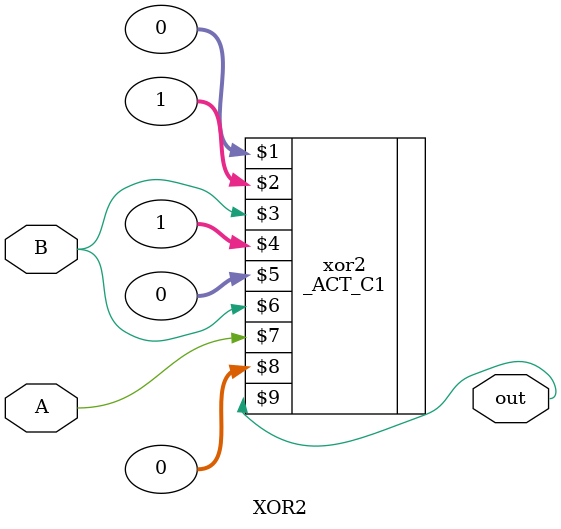
<source format=v>
module XOR2 (
    input A, B,

    output out
);

    _ACT_C1 xor2(0, 1, B, 1, 0, B, A, 0, out);

endmodule
</source>
